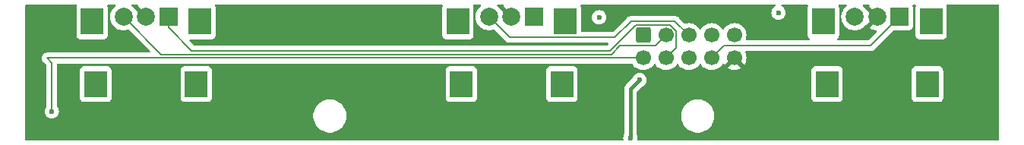
<source format=gbr>
%TF.GenerationSoftware,KiCad,Pcbnew,8.0.8*%
%TF.CreationDate,2025-04-07T15:23:35+02:00*%
%TF.ProjectId,tv25-btn+Rot,74763235-2d62-4746-9e2b-526f742e6b69,rev?*%
%TF.SameCoordinates,Original*%
%TF.FileFunction,Copper,L2,Bot*%
%TF.FilePolarity,Positive*%
%FSLAX46Y46*%
G04 Gerber Fmt 4.6, Leading zero omitted, Abs format (unit mm)*
G04 Created by KiCad (PCBNEW 8.0.8) date 2025-04-07 15:23:35*
%MOMM*%
%LPD*%
G01*
G04 APERTURE LIST*
G04 Aperture macros list*
%AMRoundRect*
0 Rectangle with rounded corners*
0 $1 Rounding radius*
0 $2 $3 $4 $5 $6 $7 $8 $9 X,Y pos of 4 corners*
0 Add a 4 corners polygon primitive as box body*
4,1,4,$2,$3,$4,$5,$6,$7,$8,$9,$2,$3,0*
0 Add four circle primitives for the rounded corners*
1,1,$1+$1,$2,$3*
1,1,$1+$1,$4,$5*
1,1,$1+$1,$6,$7*
1,1,$1+$1,$8,$9*
0 Add four rect primitives between the rounded corners*
20,1,$1+$1,$2,$3,$4,$5,0*
20,1,$1+$1,$4,$5,$6,$7,0*
20,1,$1+$1,$6,$7,$8,$9,0*
20,1,$1+$1,$8,$9,$2,$3,0*%
G04 Aperture macros list end*
%TA.AperFunction,ComponentPad*%
%ADD10R,2.500000X3.000000*%
%TD*%
%TA.AperFunction,ComponentPad*%
%ADD11R,2.000000X2.000000*%
%TD*%
%TA.AperFunction,ComponentPad*%
%ADD12C,2.000000*%
%TD*%
%TA.AperFunction,ComponentPad*%
%ADD13RoundRect,0.250000X-0.600000X0.600000X-0.600000X-0.600000X0.600000X-0.600000X0.600000X0.600000X0*%
%TD*%
%TA.AperFunction,ComponentPad*%
%ADD14C,1.700000*%
%TD*%
%TA.AperFunction,ViaPad*%
%ADD15C,0.600000*%
%TD*%
%TA.AperFunction,Conductor*%
%ADD16C,0.400000*%
%TD*%
%TA.AperFunction,Conductor*%
%ADD17C,0.200000*%
%TD*%
G04 APERTURE END LIST*
D10*
%TO.P,SW9,*%
%TO.N,*%
X166250000Y-43950000D03*
X154250000Y-43950000D03*
X165850000Y-50950000D03*
X154650000Y-50950000D03*
D11*
%TO.P,SW9,A,A*%
%TO.N,Net-(J1-Pin_6)*%
X162750000Y-43450000D03*
D12*
%TO.P,SW9,B,B*%
%TO.N,Net-(J1-Pin_5)*%
X157750000Y-43450000D03*
%TO.P,SW9,C,C*%
%TO.N,GND*%
X160250000Y-43450000D03*
%TD*%
D10*
%TO.P,SW7,*%
%TO.N,*%
X207000000Y-43950000D03*
X195000000Y-43950000D03*
X206600000Y-50950000D03*
X195400000Y-50950000D03*
D11*
%TO.P,SW7,A,A*%
%TO.N,Net-(J1-Pin_8)*%
X203500000Y-43450000D03*
D12*
%TO.P,SW7,B,B*%
%TO.N,Net-(J1-Pin_7)*%
X198500000Y-43450000D03*
%TO.P,SW7,C,C*%
%TO.N,GND*%
X201000000Y-43450000D03*
%TD*%
D10*
%TO.P,SW8,*%
%TO.N,*%
X125500000Y-43950000D03*
X113500000Y-43950000D03*
X125100000Y-50950000D03*
X113900000Y-50950000D03*
D11*
%TO.P,SW8,A,A*%
%TO.N,Net-(J1-Pin_4)*%
X122000000Y-43450000D03*
D12*
%TO.P,SW8,B,B*%
%TO.N,Net-(J1-Pin_3)*%
X117000000Y-43450000D03*
%TO.P,SW8,C,C*%
%TO.N,GND*%
X119500000Y-43450000D03*
%TD*%
D13*
%TO.P,J1,1,Pin_1*%
%TO.N,+3V3*%
X174920000Y-45500000D03*
D14*
%TO.P,J1,2,Pin_2*%
%TO.N,Net-(D1-DIN)*%
X174920000Y-48040000D03*
%TO.P,J1,3,Pin_3*%
%TO.N,Net-(J1-Pin_3)*%
X177460000Y-45500000D03*
%TO.P,J1,4,Pin_4*%
%TO.N,Net-(J1-Pin_4)*%
X177460000Y-48040000D03*
%TO.P,J1,5,Pin_5*%
%TO.N,Net-(J1-Pin_5)*%
X180000000Y-45500000D03*
%TO.P,J1,6,Pin_6*%
%TO.N,Net-(J1-Pin_6)*%
X180000000Y-48040000D03*
%TO.P,J1,7,Pin_7*%
%TO.N,Net-(J1-Pin_7)*%
X182540000Y-45500000D03*
%TO.P,J1,8,Pin_8*%
%TO.N,Net-(J1-Pin_8)*%
X182540000Y-48040000D03*
%TO.P,J1,9,Pin_9*%
%TO.N,Net-(D6-DOUT)*%
X185080000Y-45500000D03*
%TO.P,J1,10,Pin_10*%
%TO.N,GND*%
X185080000Y-48040000D03*
%TD*%
D15*
%TO.N,*%
X190000000Y-43000000D03*
%TO.N,GND*%
X190500000Y-48000000D03*
%TO.N,*%
X170000000Y-43500000D03*
%TO.N,GND*%
X212500000Y-43500000D03*
X107500000Y-43000000D03*
%TO.N,+3V3*%
X174500000Y-50499998D03*
X173500000Y-56954000D03*
%TO.N,Net-(D1-DIN)*%
X109000000Y-54000000D03*
%TD*%
D16*
%TO.N,+3V3*%
X173500000Y-51499998D02*
X174500000Y-50499998D01*
X173500000Y-56954000D02*
X173500000Y-51499998D01*
D17*
%TO.N,Net-(J1-Pin_4)*%
X178610000Y-45023654D02*
X178610000Y-46890000D01*
X124590000Y-47240000D02*
X171195256Y-47240000D01*
%TO.N,Net-(J1-Pin_3)*%
X121190000Y-47640000D02*
X171360942Y-47640000D01*
%TO.N,Net-(J1-Pin_4)*%
X122000000Y-44650000D02*
X124590000Y-47240000D01*
%TO.N,Net-(J1-Pin_3)*%
X171360942Y-47640000D02*
X172350942Y-46650000D01*
%TO.N,Net-(J1-Pin_4)*%
X122000000Y-43450000D02*
X122000000Y-44650000D01*
X174085256Y-44350000D02*
X177936346Y-44350000D01*
%TO.N,Net-(J1-Pin_3)*%
X176310000Y-46650000D02*
X177460000Y-45500000D01*
%TO.N,Net-(D1-DIN)*%
X109000000Y-48580000D02*
X109000000Y-54000000D01*
X174920000Y-48040000D02*
X108460000Y-48040000D01*
%TO.N,Net-(J1-Pin_3)*%
X172350942Y-46650000D02*
X176310000Y-46650000D01*
X117000000Y-43450000D02*
X121190000Y-47640000D01*
%TO.N,Net-(J1-Pin_4)*%
X171195256Y-47240000D02*
X174085256Y-44350000D01*
X177936346Y-44350000D02*
X178610000Y-45023654D01*
X178610000Y-46890000D02*
X177460000Y-48040000D01*
%TO.N,Net-(D1-DIN)*%
X108460000Y-48040000D02*
X109000000Y-48580000D01*
%TO.N,Net-(J1-Pin_8)*%
X203500000Y-43450000D02*
X200300000Y-46650000D01*
X200300000Y-46650000D02*
X183930000Y-46650000D01*
X183930000Y-46650000D02*
X182540000Y-48040000D01*
%TO.N,Net-(J1-Pin_5)*%
X157750000Y-43450000D02*
X160050000Y-45750000D01*
X173550000Y-43950000D02*
X178450000Y-43950000D01*
X160050000Y-45750000D02*
X171750000Y-45750000D01*
X171750000Y-45750000D02*
X173550000Y-43950000D01*
X178450000Y-43950000D02*
X180000000Y-45500000D01*
%TD*%
%TA.AperFunction,Conductor*%
%TO.N,GND*%
G36*
X111753270Y-42070185D02*
G01*
X111799025Y-42122989D01*
X111808969Y-42192147D01*
X111802413Y-42217833D01*
X111755908Y-42342517D01*
X111752934Y-42370184D01*
X111749501Y-42402123D01*
X111749500Y-42402135D01*
X111749500Y-45497870D01*
X111749501Y-45497876D01*
X111755908Y-45557483D01*
X111806202Y-45692328D01*
X111806206Y-45692335D01*
X111892452Y-45807544D01*
X111892455Y-45807547D01*
X112007664Y-45893793D01*
X112007671Y-45893797D01*
X112142517Y-45944091D01*
X112142516Y-45944091D01*
X112149444Y-45944835D01*
X112202127Y-45950500D01*
X114797872Y-45950499D01*
X114857483Y-45944091D01*
X114992331Y-45893796D01*
X115107546Y-45807546D01*
X115193796Y-45692331D01*
X115244091Y-45557483D01*
X115250500Y-45497873D01*
X115250499Y-43505117D01*
X115267528Y-43447123D01*
X115253043Y-43419870D01*
X115250499Y-43394880D01*
X115250499Y-42402129D01*
X115250498Y-42402123D01*
X115250497Y-42402116D01*
X115244091Y-42342517D01*
X115197587Y-42217833D01*
X115192603Y-42148141D01*
X115226088Y-42086818D01*
X115287411Y-42053334D01*
X115313769Y-42050500D01*
X115993912Y-42050500D01*
X116060951Y-42070185D01*
X116106706Y-42122989D01*
X116116650Y-42192147D01*
X116087625Y-42255703D01*
X116070074Y-42272353D01*
X115980262Y-42342256D01*
X115980259Y-42342259D01*
X115811833Y-42525217D01*
X115675826Y-42733393D01*
X115575936Y-42961118D01*
X115514892Y-43202175D01*
X115514890Y-43202187D01*
X115498075Y-43405120D01*
X115480662Y-43450245D01*
X115493476Y-43470184D01*
X115498075Y-43494879D01*
X115514890Y-43697812D01*
X115514892Y-43697824D01*
X115575936Y-43938881D01*
X115675826Y-44166606D01*
X115811833Y-44374782D01*
X115811836Y-44374785D01*
X115980256Y-44557738D01*
X116176491Y-44710474D01*
X116176493Y-44710475D01*
X116394332Y-44828364D01*
X116395190Y-44828828D01*
X116515216Y-44870033D01*
X116628964Y-44909083D01*
X116630386Y-44909571D01*
X116875665Y-44950500D01*
X117124335Y-44950500D01*
X117369608Y-44909572D01*
X117369607Y-44909572D01*
X117369614Y-44909571D01*
X117475607Y-44873182D01*
X117545402Y-44870033D01*
X117603548Y-44902783D01*
X119928584Y-47227819D01*
X119962069Y-47289142D01*
X119957085Y-47358834D01*
X119915213Y-47414767D01*
X119849749Y-47439184D01*
X119840903Y-47439500D01*
X108546669Y-47439500D01*
X108546653Y-47439499D01*
X108539057Y-47439499D01*
X108380943Y-47439499D01*
X108273587Y-47468265D01*
X108228210Y-47480424D01*
X108228209Y-47480425D01*
X108178096Y-47509359D01*
X108178095Y-47509360D01*
X108134689Y-47534420D01*
X108091285Y-47559479D01*
X108091282Y-47559481D01*
X107979479Y-47671284D01*
X107959499Y-47705891D01*
X107951054Y-47720520D01*
X107900423Y-47808215D01*
X107859499Y-47960943D01*
X107859499Y-47960945D01*
X107859499Y-48119054D01*
X107859498Y-48119054D01*
X107900423Y-48271785D01*
X107900424Y-48271788D01*
X107902515Y-48275409D01*
X107902518Y-48275414D01*
X107979477Y-48408712D01*
X107979481Y-48408717D01*
X108098349Y-48527585D01*
X108098355Y-48527590D01*
X108363181Y-48792416D01*
X108396666Y-48853739D01*
X108399500Y-48880097D01*
X108399500Y-53417587D01*
X108379815Y-53484626D01*
X108372450Y-53494896D01*
X108370186Y-53497734D01*
X108274211Y-53650476D01*
X108214631Y-53820745D01*
X108214630Y-53820750D01*
X108194435Y-53999996D01*
X108194435Y-54000003D01*
X108214630Y-54179249D01*
X108214631Y-54179254D01*
X108274211Y-54349523D01*
X108292552Y-54378712D01*
X108370184Y-54502262D01*
X108497738Y-54629816D01*
X108650478Y-54725789D01*
X108820745Y-54785368D01*
X108820750Y-54785369D01*
X108999996Y-54805565D01*
X109000000Y-54805565D01*
X109000004Y-54805565D01*
X109179249Y-54785369D01*
X109179252Y-54785368D01*
X109179255Y-54785368D01*
X109349522Y-54725789D01*
X109502262Y-54629816D01*
X109629816Y-54502262D01*
X109707448Y-54378711D01*
X138149500Y-54378711D01*
X138149500Y-54621288D01*
X138181161Y-54861785D01*
X138243947Y-55096104D01*
X138336773Y-55320205D01*
X138336776Y-55320212D01*
X138458064Y-55530289D01*
X138458066Y-55530292D01*
X138458067Y-55530293D01*
X138605733Y-55722736D01*
X138605739Y-55722743D01*
X138777256Y-55894260D01*
X138777262Y-55894265D01*
X138969711Y-56041936D01*
X139179788Y-56163224D01*
X139403900Y-56256054D01*
X139638211Y-56318838D01*
X139818586Y-56342584D01*
X139878711Y-56350500D01*
X139878712Y-56350500D01*
X140121289Y-56350500D01*
X140169388Y-56344167D01*
X140361789Y-56318838D01*
X140596100Y-56256054D01*
X140820212Y-56163224D01*
X141030289Y-56041936D01*
X141222738Y-55894265D01*
X141394265Y-55722738D01*
X141541936Y-55530289D01*
X141663224Y-55320212D01*
X141756054Y-55096100D01*
X141818838Y-54861789D01*
X141850500Y-54621288D01*
X141850500Y-54378712D01*
X141818838Y-54138211D01*
X141756054Y-53903900D01*
X141663224Y-53679788D01*
X141541936Y-53469711D01*
X141394265Y-53277262D01*
X141394260Y-53277256D01*
X141222743Y-53105739D01*
X141222736Y-53105733D01*
X141030293Y-52958067D01*
X141030292Y-52958066D01*
X141030289Y-52958064D01*
X140820212Y-52836776D01*
X140749647Y-52807547D01*
X140596104Y-52743947D01*
X140361785Y-52681161D01*
X140121289Y-52649500D01*
X140121288Y-52649500D01*
X139878712Y-52649500D01*
X139878711Y-52649500D01*
X139638214Y-52681161D01*
X139403895Y-52743947D01*
X139179794Y-52836773D01*
X139179785Y-52836777D01*
X138969706Y-52958067D01*
X138777263Y-53105733D01*
X138777256Y-53105739D01*
X138605739Y-53277256D01*
X138605733Y-53277263D01*
X138458067Y-53469706D01*
X138336777Y-53679785D01*
X138336773Y-53679794D01*
X138243947Y-53903895D01*
X138181161Y-54138214D01*
X138149500Y-54378711D01*
X109707448Y-54378711D01*
X109725789Y-54349522D01*
X109785368Y-54179255D01*
X109805565Y-54000000D01*
X109794737Y-53903900D01*
X109785369Y-53820750D01*
X109785368Y-53820745D01*
X109725788Y-53650476D01*
X109629813Y-53497734D01*
X109627550Y-53494896D01*
X109626659Y-53492715D01*
X109626111Y-53491842D01*
X109626264Y-53491745D01*
X109601144Y-53430209D01*
X109600500Y-53417587D01*
X109600500Y-49402135D01*
X112149500Y-49402135D01*
X112149500Y-52497870D01*
X112149501Y-52497876D01*
X112155908Y-52557483D01*
X112206202Y-52692328D01*
X112206206Y-52692335D01*
X112292452Y-52807544D01*
X112292455Y-52807547D01*
X112407664Y-52893793D01*
X112407671Y-52893797D01*
X112542517Y-52944091D01*
X112542516Y-52944091D01*
X112549444Y-52944835D01*
X112602127Y-52950500D01*
X115197872Y-52950499D01*
X115257483Y-52944091D01*
X115392331Y-52893796D01*
X115507546Y-52807546D01*
X115593796Y-52692331D01*
X115644091Y-52557483D01*
X115650500Y-52497873D01*
X115650499Y-49402135D01*
X123349500Y-49402135D01*
X123349500Y-52497870D01*
X123349501Y-52497876D01*
X123355908Y-52557483D01*
X123406202Y-52692328D01*
X123406206Y-52692335D01*
X123492452Y-52807544D01*
X123492455Y-52807547D01*
X123607664Y-52893793D01*
X123607671Y-52893797D01*
X123742517Y-52944091D01*
X123742516Y-52944091D01*
X123749444Y-52944835D01*
X123802127Y-52950500D01*
X126397872Y-52950499D01*
X126457483Y-52944091D01*
X126592331Y-52893796D01*
X126707546Y-52807546D01*
X126793796Y-52692331D01*
X126844091Y-52557483D01*
X126850500Y-52497873D01*
X126850499Y-49402135D01*
X152899500Y-49402135D01*
X152899500Y-52497870D01*
X152899501Y-52497876D01*
X152905908Y-52557483D01*
X152956202Y-52692328D01*
X152956206Y-52692335D01*
X153042452Y-52807544D01*
X153042455Y-52807547D01*
X153157664Y-52893793D01*
X153157671Y-52893797D01*
X153292517Y-52944091D01*
X153292516Y-52944091D01*
X153299444Y-52944835D01*
X153352127Y-52950500D01*
X155947872Y-52950499D01*
X156007483Y-52944091D01*
X156142331Y-52893796D01*
X156257546Y-52807546D01*
X156343796Y-52692331D01*
X156394091Y-52557483D01*
X156400500Y-52497873D01*
X156400499Y-49402135D01*
X164099500Y-49402135D01*
X164099500Y-52497870D01*
X164099501Y-52497876D01*
X164105908Y-52557483D01*
X164156202Y-52692328D01*
X164156206Y-52692335D01*
X164242452Y-52807544D01*
X164242455Y-52807547D01*
X164357664Y-52893793D01*
X164357671Y-52893797D01*
X164492517Y-52944091D01*
X164492516Y-52944091D01*
X164499444Y-52944835D01*
X164552127Y-52950500D01*
X167147872Y-52950499D01*
X167207483Y-52944091D01*
X167342331Y-52893796D01*
X167457546Y-52807546D01*
X167543796Y-52692331D01*
X167594091Y-52557483D01*
X167600500Y-52497873D01*
X167600499Y-49402135D01*
X193649500Y-49402135D01*
X193649500Y-52497870D01*
X193649501Y-52497876D01*
X193655908Y-52557483D01*
X193706202Y-52692328D01*
X193706206Y-52692335D01*
X193792452Y-52807544D01*
X193792455Y-52807547D01*
X193907664Y-52893793D01*
X193907671Y-52893797D01*
X194042517Y-52944091D01*
X194042516Y-52944091D01*
X194049444Y-52944835D01*
X194102127Y-52950500D01*
X196697872Y-52950499D01*
X196757483Y-52944091D01*
X196892331Y-52893796D01*
X197007546Y-52807546D01*
X197093796Y-52692331D01*
X197144091Y-52557483D01*
X197150500Y-52497873D01*
X197150499Y-49402135D01*
X204849500Y-49402135D01*
X204849500Y-52497870D01*
X204849501Y-52497876D01*
X204855908Y-52557483D01*
X204906202Y-52692328D01*
X204906206Y-52692335D01*
X204992452Y-52807544D01*
X204992455Y-52807547D01*
X205107664Y-52893793D01*
X205107671Y-52893797D01*
X205242517Y-52944091D01*
X205242516Y-52944091D01*
X205249444Y-52944835D01*
X205302127Y-52950500D01*
X207897872Y-52950499D01*
X207957483Y-52944091D01*
X208092331Y-52893796D01*
X208207546Y-52807546D01*
X208293796Y-52692331D01*
X208344091Y-52557483D01*
X208350500Y-52497873D01*
X208350499Y-49402128D01*
X208344091Y-49342517D01*
X208333419Y-49313905D01*
X208293797Y-49207671D01*
X208293793Y-49207664D01*
X208207547Y-49092455D01*
X208207544Y-49092452D01*
X208092335Y-49006206D01*
X208092328Y-49006202D01*
X207957482Y-48955908D01*
X207957483Y-48955908D01*
X207897883Y-48949501D01*
X207897881Y-48949500D01*
X207897873Y-48949500D01*
X207897864Y-48949500D01*
X205302129Y-48949500D01*
X205302123Y-48949501D01*
X205242516Y-48955908D01*
X205107671Y-49006202D01*
X205107664Y-49006206D01*
X204992455Y-49092452D01*
X204992452Y-49092455D01*
X204906206Y-49207664D01*
X204906202Y-49207671D01*
X204855908Y-49342517D01*
X204850249Y-49395157D01*
X204849501Y-49402123D01*
X204849500Y-49402135D01*
X197150499Y-49402135D01*
X197150499Y-49402128D01*
X197144091Y-49342517D01*
X197133419Y-49313905D01*
X197093797Y-49207671D01*
X197093793Y-49207664D01*
X197007547Y-49092455D01*
X197007544Y-49092452D01*
X196892335Y-49006206D01*
X196892328Y-49006202D01*
X196757482Y-48955908D01*
X196757483Y-48955908D01*
X196697883Y-48949501D01*
X196697881Y-48949500D01*
X196697873Y-48949500D01*
X196697864Y-48949500D01*
X194102129Y-48949500D01*
X194102123Y-48949501D01*
X194042516Y-48955908D01*
X193907671Y-49006202D01*
X193907664Y-49006206D01*
X193792455Y-49092452D01*
X193792452Y-49092455D01*
X193706206Y-49207664D01*
X193706202Y-49207671D01*
X193655908Y-49342517D01*
X193650249Y-49395157D01*
X193649501Y-49402123D01*
X193649500Y-49402135D01*
X167600499Y-49402135D01*
X167600499Y-49402128D01*
X167594091Y-49342517D01*
X167583419Y-49313905D01*
X167543797Y-49207671D01*
X167543793Y-49207664D01*
X167457547Y-49092455D01*
X167457544Y-49092452D01*
X167342335Y-49006206D01*
X167342328Y-49006202D01*
X167207482Y-48955908D01*
X167207483Y-48955908D01*
X167147883Y-48949501D01*
X167147881Y-48949500D01*
X167147873Y-48949500D01*
X167147864Y-48949500D01*
X164552129Y-48949500D01*
X164552123Y-48949501D01*
X164492516Y-48955908D01*
X164357671Y-49006202D01*
X164357664Y-49006206D01*
X164242455Y-49092452D01*
X164242452Y-49092455D01*
X164156206Y-49207664D01*
X164156202Y-49207671D01*
X164105908Y-49342517D01*
X164100249Y-49395157D01*
X164099501Y-49402123D01*
X164099500Y-49402135D01*
X156400499Y-49402135D01*
X156400499Y-49402128D01*
X156394091Y-49342517D01*
X156383419Y-49313905D01*
X156343797Y-49207671D01*
X156343793Y-49207664D01*
X156257547Y-49092455D01*
X156257544Y-49092452D01*
X156142335Y-49006206D01*
X156142328Y-49006202D01*
X156007482Y-48955908D01*
X156007483Y-48955908D01*
X155947883Y-48949501D01*
X155947881Y-48949500D01*
X155947873Y-48949500D01*
X155947864Y-48949500D01*
X153352129Y-48949500D01*
X153352123Y-48949501D01*
X153292516Y-48955908D01*
X153157671Y-49006202D01*
X153157664Y-49006206D01*
X153042455Y-49092452D01*
X153042452Y-49092455D01*
X152956206Y-49207664D01*
X152956202Y-49207671D01*
X152905908Y-49342517D01*
X152900249Y-49395157D01*
X152899501Y-49402123D01*
X152899500Y-49402135D01*
X126850499Y-49402135D01*
X126850499Y-49402128D01*
X126844091Y-49342517D01*
X126833419Y-49313905D01*
X126793797Y-49207671D01*
X126793793Y-49207664D01*
X126707547Y-49092455D01*
X126707544Y-49092452D01*
X126592335Y-49006206D01*
X126592328Y-49006202D01*
X126457482Y-48955908D01*
X126457483Y-48955908D01*
X126397883Y-48949501D01*
X126397881Y-48949500D01*
X126397873Y-48949500D01*
X126397864Y-48949500D01*
X123802129Y-48949500D01*
X123802123Y-48949501D01*
X123742516Y-48955908D01*
X123607671Y-49006202D01*
X123607664Y-49006206D01*
X123492455Y-49092452D01*
X123492452Y-49092455D01*
X123406206Y-49207664D01*
X123406202Y-49207671D01*
X123355908Y-49342517D01*
X123350249Y-49395157D01*
X123349501Y-49402123D01*
X123349500Y-49402135D01*
X115650499Y-49402135D01*
X115650499Y-49402128D01*
X115644091Y-49342517D01*
X115633419Y-49313905D01*
X115593797Y-49207671D01*
X115593793Y-49207664D01*
X115507547Y-49092455D01*
X115507544Y-49092452D01*
X115392335Y-49006206D01*
X115392328Y-49006202D01*
X115257482Y-48955908D01*
X115257483Y-48955908D01*
X115197883Y-48949501D01*
X115197881Y-48949500D01*
X115197873Y-48949500D01*
X115197864Y-48949500D01*
X112602129Y-48949500D01*
X112602123Y-48949501D01*
X112542516Y-48955908D01*
X112407671Y-49006202D01*
X112407664Y-49006206D01*
X112292455Y-49092452D01*
X112292452Y-49092455D01*
X112206206Y-49207664D01*
X112206202Y-49207671D01*
X112155908Y-49342517D01*
X112150249Y-49395157D01*
X112149501Y-49402123D01*
X112149500Y-49402135D01*
X109600500Y-49402135D01*
X109600500Y-48764500D01*
X109620185Y-48697461D01*
X109672989Y-48651706D01*
X109724500Y-48640500D01*
X173630909Y-48640500D01*
X173697948Y-48660185D01*
X173743292Y-48712097D01*
X173745965Y-48717830D01*
X173881505Y-48911401D01*
X174048599Y-49078495D01*
X174068536Y-49092455D01*
X174242165Y-49214032D01*
X174242167Y-49214033D01*
X174242170Y-49214035D01*
X174456337Y-49313903D01*
X174684592Y-49375063D01*
X174872918Y-49391539D01*
X174919999Y-49395659D01*
X174920000Y-49395659D01*
X174920001Y-49395659D01*
X174959234Y-49392226D01*
X175155408Y-49375063D01*
X175383663Y-49313903D01*
X175597830Y-49214035D01*
X175791401Y-49078495D01*
X175958495Y-48911401D01*
X176088425Y-48725842D01*
X176143002Y-48682217D01*
X176212500Y-48675023D01*
X176274855Y-48706546D01*
X176291575Y-48725842D01*
X176421500Y-48911395D01*
X176421505Y-48911401D01*
X176588599Y-49078495D01*
X176608536Y-49092455D01*
X176782165Y-49214032D01*
X176782167Y-49214033D01*
X176782170Y-49214035D01*
X176996337Y-49313903D01*
X177224592Y-49375063D01*
X177412918Y-49391539D01*
X177459999Y-49395659D01*
X177460000Y-49395659D01*
X177460001Y-49395659D01*
X177499234Y-49392226D01*
X177695408Y-49375063D01*
X177923663Y-49313903D01*
X178137830Y-49214035D01*
X178331401Y-49078495D01*
X178498495Y-48911401D01*
X178628425Y-48725842D01*
X178683002Y-48682217D01*
X178752500Y-48675023D01*
X178814855Y-48706546D01*
X178831575Y-48725842D01*
X178961500Y-48911395D01*
X178961505Y-48911401D01*
X179128599Y-49078495D01*
X179148536Y-49092455D01*
X179322165Y-49214032D01*
X179322167Y-49214033D01*
X179322170Y-49214035D01*
X179536337Y-49313903D01*
X179764592Y-49375063D01*
X179952918Y-49391539D01*
X179999999Y-49395659D01*
X180000000Y-49395659D01*
X180000001Y-49395659D01*
X180039234Y-49392226D01*
X180235408Y-49375063D01*
X180463663Y-49313903D01*
X180677830Y-49214035D01*
X180871401Y-49078495D01*
X181038495Y-48911401D01*
X181168425Y-48725842D01*
X181223002Y-48682217D01*
X181292500Y-48675023D01*
X181354855Y-48706546D01*
X181371575Y-48725842D01*
X181501500Y-48911395D01*
X181501505Y-48911401D01*
X181668599Y-49078495D01*
X181688536Y-49092455D01*
X181862165Y-49214032D01*
X181862167Y-49214033D01*
X181862170Y-49214035D01*
X182076337Y-49313903D01*
X182304592Y-49375063D01*
X182492918Y-49391539D01*
X182539999Y-49395659D01*
X182540000Y-49395659D01*
X182540001Y-49395659D01*
X182579234Y-49392226D01*
X182775408Y-49375063D01*
X183003663Y-49313903D01*
X183217830Y-49214035D01*
X183411401Y-49078495D01*
X183578495Y-48911401D01*
X183708730Y-48725405D01*
X183763307Y-48681781D01*
X183832805Y-48674587D01*
X183895160Y-48706110D01*
X183911879Y-48725405D01*
X183965072Y-48801372D01*
X183965073Y-48801372D01*
X184597037Y-48169408D01*
X184614075Y-48232993D01*
X184679901Y-48347007D01*
X184772993Y-48440099D01*
X184887007Y-48505925D01*
X184950591Y-48522962D01*
X184318626Y-49154926D01*
X184402417Y-49213598D01*
X184402421Y-49213600D01*
X184616507Y-49313429D01*
X184616516Y-49313433D01*
X184844673Y-49374567D01*
X184844684Y-49374569D01*
X185079998Y-49395157D01*
X185080002Y-49395157D01*
X185315315Y-49374569D01*
X185315326Y-49374567D01*
X185543483Y-49313433D01*
X185543492Y-49313429D01*
X185757580Y-49213599D01*
X185841371Y-49154925D01*
X185209408Y-48522962D01*
X185272993Y-48505925D01*
X185387007Y-48440099D01*
X185480099Y-48347007D01*
X185545925Y-48232993D01*
X185562962Y-48169408D01*
X186194925Y-48801371D01*
X186253599Y-48717580D01*
X186353429Y-48503492D01*
X186353433Y-48503483D01*
X186414567Y-48275326D01*
X186414569Y-48275315D01*
X186435157Y-48040000D01*
X186435157Y-48039998D01*
X186414569Y-47804684D01*
X186414567Y-47804673D01*
X186353433Y-47576516D01*
X186353429Y-47576507D01*
X186283669Y-47426905D01*
X186273177Y-47357827D01*
X186301697Y-47294043D01*
X186360173Y-47255804D01*
X186396051Y-47250500D01*
X200213331Y-47250500D01*
X200213347Y-47250501D01*
X200220943Y-47250501D01*
X200379054Y-47250501D01*
X200379057Y-47250501D01*
X200531785Y-47209577D01*
X200581904Y-47180639D01*
X200668716Y-47130520D01*
X200780520Y-47018716D01*
X200780520Y-47018714D01*
X200790728Y-47008507D01*
X200790730Y-47008504D01*
X202812416Y-44986818D01*
X202873739Y-44953333D01*
X202900097Y-44950499D01*
X204547871Y-44950499D01*
X204547872Y-44950499D01*
X204607483Y-44944091D01*
X204742331Y-44893796D01*
X204857546Y-44807546D01*
X204943796Y-44692331D01*
X204994091Y-44557483D01*
X205000500Y-44497873D01*
X205000499Y-42402128D01*
X204994091Y-42342517D01*
X204947587Y-42217833D01*
X204942603Y-42148141D01*
X204976088Y-42086818D01*
X205037411Y-42053334D01*
X205063769Y-42050500D01*
X205186231Y-42050500D01*
X205253270Y-42070185D01*
X205299025Y-42122989D01*
X205308969Y-42192147D01*
X205302413Y-42217833D01*
X205255908Y-42342517D01*
X205252934Y-42370184D01*
X205249501Y-42402123D01*
X205249500Y-42402135D01*
X205249500Y-45497870D01*
X205249501Y-45497876D01*
X205255908Y-45557483D01*
X205306202Y-45692328D01*
X205306206Y-45692335D01*
X205392452Y-45807544D01*
X205392455Y-45807547D01*
X205507664Y-45893793D01*
X205507671Y-45893797D01*
X205642517Y-45944091D01*
X205642516Y-45944091D01*
X205649444Y-45944835D01*
X205702127Y-45950500D01*
X208297872Y-45950499D01*
X208357483Y-45944091D01*
X208492331Y-45893796D01*
X208607546Y-45807546D01*
X208693796Y-45692331D01*
X208744091Y-45557483D01*
X208750500Y-45497873D01*
X208750499Y-42402128D01*
X208744091Y-42342517D01*
X208697587Y-42217833D01*
X208692603Y-42148141D01*
X208726088Y-42086818D01*
X208787411Y-42053334D01*
X208813769Y-42050500D01*
X214467900Y-42050500D01*
X214534939Y-42070185D01*
X214580694Y-42122989D01*
X214591900Y-42174500D01*
X214591900Y-57129500D01*
X214572215Y-57196539D01*
X214519411Y-57242294D01*
X214467900Y-57253500D01*
X174410576Y-57253500D01*
X174343537Y-57233815D01*
X174297782Y-57181011D01*
X174287356Y-57115617D01*
X174305565Y-56954003D01*
X174305565Y-56953996D01*
X174285369Y-56774750D01*
X174285366Y-56774737D01*
X174225790Y-56604479D01*
X174219506Y-56594478D01*
X174200500Y-56528507D01*
X174200500Y-54378711D01*
X179149500Y-54378711D01*
X179149500Y-54621288D01*
X179181161Y-54861785D01*
X179243947Y-55096104D01*
X179336773Y-55320205D01*
X179336776Y-55320212D01*
X179458064Y-55530289D01*
X179458066Y-55530292D01*
X179458067Y-55530293D01*
X179605733Y-55722736D01*
X179605739Y-55722743D01*
X179777256Y-55894260D01*
X179777262Y-55894265D01*
X179969711Y-56041936D01*
X180179788Y-56163224D01*
X180403900Y-56256054D01*
X180638211Y-56318838D01*
X180818586Y-56342584D01*
X180878711Y-56350500D01*
X180878712Y-56350500D01*
X181121289Y-56350500D01*
X181169388Y-56344167D01*
X181361789Y-56318838D01*
X181596100Y-56256054D01*
X181820212Y-56163224D01*
X182030289Y-56041936D01*
X182222738Y-55894265D01*
X182394265Y-55722738D01*
X182541936Y-55530289D01*
X182663224Y-55320212D01*
X182756054Y-55096100D01*
X182818838Y-54861789D01*
X182850500Y-54621288D01*
X182850500Y-54378712D01*
X182818838Y-54138211D01*
X182756054Y-53903900D01*
X182663224Y-53679788D01*
X182541936Y-53469711D01*
X182394265Y-53277262D01*
X182394260Y-53277256D01*
X182222743Y-53105739D01*
X182222736Y-53105733D01*
X182030293Y-52958067D01*
X182030292Y-52958066D01*
X182030289Y-52958064D01*
X181820212Y-52836776D01*
X181749647Y-52807547D01*
X181596104Y-52743947D01*
X181361785Y-52681161D01*
X181121289Y-52649500D01*
X181121288Y-52649500D01*
X180878712Y-52649500D01*
X180878711Y-52649500D01*
X180638214Y-52681161D01*
X180403895Y-52743947D01*
X180179794Y-52836773D01*
X180179785Y-52836777D01*
X179969706Y-52958067D01*
X179777263Y-53105733D01*
X179777256Y-53105739D01*
X179605739Y-53277256D01*
X179605733Y-53277263D01*
X179458067Y-53469706D01*
X179336777Y-53679785D01*
X179336773Y-53679794D01*
X179243947Y-53903895D01*
X179181161Y-54138214D01*
X179149500Y-54378711D01*
X174200500Y-54378711D01*
X174200500Y-51841516D01*
X174220185Y-51774477D01*
X174236815Y-51753839D01*
X174699290Y-51291363D01*
X174746013Y-51262005D01*
X174849522Y-51225787D01*
X175002262Y-51129814D01*
X175129816Y-51002260D01*
X175225789Y-50849520D01*
X175285368Y-50679253D01*
X175305565Y-50499998D01*
X175285368Y-50320743D01*
X175225789Y-50150476D01*
X175129816Y-49997736D01*
X175002262Y-49870182D01*
X174849523Y-49774209D01*
X174679254Y-49714629D01*
X174679249Y-49714628D01*
X174500004Y-49694433D01*
X174499996Y-49694433D01*
X174320750Y-49714628D01*
X174320745Y-49714629D01*
X174150476Y-49774209D01*
X173997737Y-49870182D01*
X173870184Y-49997735D01*
X173774212Y-50150473D01*
X173774211Y-50150474D01*
X173737992Y-50253982D01*
X173708632Y-50300707D01*
X172955888Y-51053451D01*
X172955884Y-51053456D01*
X172924199Y-51100877D01*
X172916304Y-51112694D01*
X172904866Y-51129813D01*
X172879223Y-51168189D01*
X172826421Y-51295665D01*
X172826418Y-51295675D01*
X172799500Y-51431002D01*
X172799500Y-56528507D01*
X172780494Y-56594478D01*
X172774209Y-56604479D01*
X172714633Y-56774737D01*
X172714630Y-56774750D01*
X172694435Y-56953996D01*
X172694435Y-56954003D01*
X172712644Y-57115617D01*
X172700589Y-57184439D01*
X172653240Y-57235818D01*
X172589424Y-57253500D01*
X106174500Y-57253500D01*
X106107461Y-57233815D01*
X106061706Y-57181011D01*
X106050500Y-57129500D01*
X106050500Y-42174500D01*
X106070185Y-42107461D01*
X106122989Y-42061706D01*
X106174500Y-42050500D01*
X111686231Y-42050500D01*
X111753270Y-42070185D01*
G37*
%TD.AperFunction*%
%TA.AperFunction,Conductor*%
G36*
X152503270Y-42070185D02*
G01*
X152549025Y-42122989D01*
X152558969Y-42192147D01*
X152552413Y-42217833D01*
X152505908Y-42342517D01*
X152502934Y-42370184D01*
X152499501Y-42402123D01*
X152499500Y-42402135D01*
X152499500Y-45497870D01*
X152499501Y-45497876D01*
X152505908Y-45557483D01*
X152556202Y-45692328D01*
X152556206Y-45692335D01*
X152642452Y-45807544D01*
X152642455Y-45807547D01*
X152757664Y-45893793D01*
X152757671Y-45893797D01*
X152892517Y-45944091D01*
X152892516Y-45944091D01*
X152899444Y-45944835D01*
X152952127Y-45950500D01*
X155547872Y-45950499D01*
X155607483Y-45944091D01*
X155742331Y-45893796D01*
X155857546Y-45807546D01*
X155943796Y-45692331D01*
X155994091Y-45557483D01*
X156000500Y-45497873D01*
X156000499Y-43505117D01*
X156017528Y-43447123D01*
X156003043Y-43419870D01*
X156000499Y-43394880D01*
X156000499Y-42402129D01*
X156000498Y-42402123D01*
X156000497Y-42402116D01*
X155994091Y-42342517D01*
X155947587Y-42217833D01*
X155942603Y-42148141D01*
X155976088Y-42086818D01*
X156037411Y-42053334D01*
X156063769Y-42050500D01*
X156743912Y-42050500D01*
X156810951Y-42070185D01*
X156856706Y-42122989D01*
X156866650Y-42192147D01*
X156837625Y-42255703D01*
X156820074Y-42272353D01*
X156730262Y-42342256D01*
X156730259Y-42342259D01*
X156561833Y-42525217D01*
X156425826Y-42733393D01*
X156325936Y-42961118D01*
X156264892Y-43202175D01*
X156264890Y-43202187D01*
X156248075Y-43405120D01*
X156230662Y-43450245D01*
X156243476Y-43470184D01*
X156248075Y-43494879D01*
X156264890Y-43697812D01*
X156264892Y-43697824D01*
X156325936Y-43938881D01*
X156425826Y-44166606D01*
X156561833Y-44374782D01*
X156561836Y-44374785D01*
X156730256Y-44557738D01*
X156926491Y-44710474D01*
X156926493Y-44710475D01*
X157144332Y-44828364D01*
X157145190Y-44828828D01*
X157265216Y-44870033D01*
X157378964Y-44909083D01*
X157380386Y-44909571D01*
X157625665Y-44950500D01*
X157874335Y-44950500D01*
X158119608Y-44909572D01*
X158119607Y-44909572D01*
X158119614Y-44909571D01*
X158225607Y-44873182D01*
X158295402Y-44870033D01*
X158353548Y-44902783D01*
X159565139Y-46114374D01*
X159565149Y-46114385D01*
X159569479Y-46118715D01*
X159569480Y-46118716D01*
X159681284Y-46230520D01*
X159762031Y-46277139D01*
X159818215Y-46309577D01*
X159970942Y-46350500D01*
X159970943Y-46350500D01*
X170936159Y-46350500D01*
X171003198Y-46370185D01*
X171048953Y-46422989D01*
X171058897Y-46492147D01*
X171029872Y-46555703D01*
X171023840Y-46562181D01*
X170982840Y-46603181D01*
X170921517Y-46636666D01*
X170895159Y-46639500D01*
X124890097Y-46639500D01*
X124823058Y-46619815D01*
X124802416Y-46603181D01*
X124361415Y-46162180D01*
X124327930Y-46100857D01*
X124332914Y-46031165D01*
X124374786Y-45975232D01*
X124440250Y-45950815D01*
X124449070Y-45950499D01*
X126797872Y-45950499D01*
X126857483Y-45944091D01*
X126992331Y-45893796D01*
X127107546Y-45807546D01*
X127193796Y-45692331D01*
X127244091Y-45557483D01*
X127250500Y-45497873D01*
X127250499Y-42402128D01*
X127244091Y-42342517D01*
X127197587Y-42217833D01*
X127192603Y-42148141D01*
X127226088Y-42086818D01*
X127287411Y-42053334D01*
X127313769Y-42050500D01*
X152436231Y-42050500D01*
X152503270Y-42070185D01*
G37*
%TD.AperFunction*%
%TA.AperFunction,Conductor*%
G36*
X189643137Y-42070185D02*
G01*
X189688892Y-42122989D01*
X189698836Y-42192147D01*
X189669811Y-42255703D01*
X189642070Y-42279494D01*
X189497737Y-42370184D01*
X189370184Y-42497737D01*
X189274211Y-42650476D01*
X189214631Y-42820745D01*
X189214630Y-42820750D01*
X189194435Y-42999996D01*
X189194435Y-43000003D01*
X189214630Y-43179249D01*
X189214631Y-43179254D01*
X189274211Y-43349523D01*
X189349585Y-43469479D01*
X189370184Y-43502262D01*
X189497738Y-43629816D01*
X189650478Y-43725789D01*
X189739694Y-43757007D01*
X189820745Y-43785368D01*
X189820750Y-43785369D01*
X189999996Y-43805565D01*
X190000000Y-43805565D01*
X190000004Y-43805565D01*
X190179249Y-43785369D01*
X190179252Y-43785368D01*
X190179255Y-43785368D01*
X190349522Y-43725789D01*
X190502262Y-43629816D01*
X190629816Y-43502262D01*
X190725789Y-43349522D01*
X190785368Y-43179255D01*
X190785369Y-43179249D01*
X190805565Y-43000003D01*
X190805565Y-42999996D01*
X190785369Y-42820750D01*
X190785368Y-42820745D01*
X190725788Y-42650476D01*
X190629815Y-42497737D01*
X190502262Y-42370184D01*
X190357930Y-42279494D01*
X190311639Y-42227159D01*
X190300991Y-42158105D01*
X190329366Y-42094257D01*
X190387756Y-42055885D01*
X190423902Y-42050500D01*
X193186231Y-42050500D01*
X193253270Y-42070185D01*
X193299025Y-42122989D01*
X193308969Y-42192147D01*
X193302413Y-42217833D01*
X193255908Y-42342517D01*
X193252934Y-42370184D01*
X193249501Y-42402123D01*
X193249500Y-42402135D01*
X193249500Y-45497870D01*
X193249501Y-45497876D01*
X193255908Y-45557483D01*
X193306202Y-45692328D01*
X193306206Y-45692335D01*
X193392452Y-45807544D01*
X193392453Y-45807544D01*
X193392454Y-45807546D01*
X193417418Y-45826234D01*
X193459288Y-45882168D01*
X193464272Y-45951860D01*
X193430786Y-46013182D01*
X193369462Y-46046667D01*
X193343106Y-46049500D01*
X186492503Y-46049500D01*
X186425464Y-46029815D01*
X186379709Y-45977011D01*
X186369765Y-45907853D01*
X186372728Y-45893407D01*
X186385887Y-45844297D01*
X186415063Y-45735408D01*
X186435659Y-45500000D01*
X186415063Y-45264592D01*
X186353903Y-45036337D01*
X186254035Y-44822171D01*
X186248425Y-44814158D01*
X186118494Y-44628597D01*
X185951402Y-44461506D01*
X185951395Y-44461501D01*
X185757834Y-44325967D01*
X185757830Y-44325965D01*
X185714082Y-44305565D01*
X185543663Y-44226097D01*
X185543659Y-44226096D01*
X185543655Y-44226094D01*
X185315413Y-44164938D01*
X185315403Y-44164936D01*
X185080001Y-44144341D01*
X185079999Y-44144341D01*
X184844596Y-44164936D01*
X184844586Y-44164938D01*
X184616344Y-44226094D01*
X184616335Y-44226098D01*
X184402171Y-44325964D01*
X184402169Y-44325965D01*
X184208597Y-44461505D01*
X184041505Y-44628597D01*
X183911575Y-44814158D01*
X183856998Y-44857783D01*
X183787500Y-44864977D01*
X183725145Y-44833454D01*
X183708425Y-44814158D01*
X183578494Y-44628597D01*
X183411402Y-44461506D01*
X183411395Y-44461501D01*
X183217834Y-44325967D01*
X183217830Y-44325965D01*
X183174082Y-44305565D01*
X183003663Y-44226097D01*
X183003659Y-44226096D01*
X183003655Y-44226094D01*
X182775413Y-44164938D01*
X182775403Y-44164936D01*
X182540001Y-44144341D01*
X182539999Y-44144341D01*
X182304596Y-44164936D01*
X182304586Y-44164938D01*
X182076344Y-44226094D01*
X182076335Y-44226098D01*
X181862171Y-44325964D01*
X181862169Y-44325965D01*
X181668597Y-44461505D01*
X181501505Y-44628597D01*
X181371575Y-44814158D01*
X181316998Y-44857783D01*
X181247500Y-44864977D01*
X181185145Y-44833454D01*
X181168425Y-44814158D01*
X181038494Y-44628597D01*
X180871402Y-44461506D01*
X180871395Y-44461501D01*
X180677834Y-44325967D01*
X180677830Y-44325965D01*
X180634082Y-44305565D01*
X180463663Y-44226097D01*
X180463659Y-44226096D01*
X180463655Y-44226094D01*
X180235413Y-44164938D01*
X180235403Y-44164936D01*
X180000001Y-44144341D01*
X179999999Y-44144341D01*
X179764596Y-44164936D01*
X179764583Y-44164939D01*
X179636241Y-44199327D01*
X179566392Y-44197664D01*
X179516468Y-44167233D01*
X178937590Y-43588355D01*
X178937588Y-43588352D01*
X178818717Y-43469481D01*
X178818716Y-43469480D01*
X178731904Y-43419360D01*
X178731904Y-43419359D01*
X178731900Y-43419358D01*
X178681785Y-43390423D01*
X178529057Y-43349499D01*
X178370943Y-43349499D01*
X178363347Y-43349499D01*
X178363331Y-43349500D01*
X173470940Y-43349500D01*
X173430019Y-43360464D01*
X173430019Y-43360465D01*
X173392751Y-43370451D01*
X173318214Y-43390423D01*
X173318209Y-43390426D01*
X173181290Y-43469475D01*
X173181282Y-43469481D01*
X173069478Y-43581286D01*
X171537584Y-45113181D01*
X171476261Y-45146666D01*
X171449903Y-45149500D01*
X168124500Y-45149500D01*
X168057461Y-45129815D01*
X168011706Y-45077011D01*
X168000500Y-45025500D01*
X168000499Y-43499996D01*
X169194435Y-43499996D01*
X169194435Y-43500003D01*
X169214630Y-43679249D01*
X169214631Y-43679254D01*
X169274211Y-43849523D01*
X169367897Y-43998622D01*
X169370184Y-44002262D01*
X169497738Y-44129816D01*
X169557287Y-44167233D01*
X169637852Y-44217856D01*
X169650478Y-44225789D01*
X169820745Y-44285368D01*
X169820750Y-44285369D01*
X169999996Y-44305565D01*
X170000000Y-44305565D01*
X170000004Y-44305565D01*
X170179249Y-44285369D01*
X170179252Y-44285368D01*
X170179255Y-44285368D01*
X170349522Y-44225789D01*
X170502262Y-44129816D01*
X170629816Y-44002262D01*
X170725789Y-43849522D01*
X170785368Y-43679255D01*
X170785369Y-43679249D01*
X170805565Y-43500003D01*
X170805565Y-43499996D01*
X170785369Y-43320750D01*
X170785368Y-43320745D01*
X170743880Y-43202179D01*
X170725789Y-43150478D01*
X170629816Y-42997738D01*
X170502262Y-42870184D01*
X170349523Y-42774211D01*
X170179254Y-42714631D01*
X170179249Y-42714630D01*
X170000004Y-42694435D01*
X169999996Y-42694435D01*
X169820750Y-42714630D01*
X169820745Y-42714631D01*
X169650476Y-42774211D01*
X169497737Y-42870184D01*
X169370184Y-42997737D01*
X169274211Y-43150476D01*
X169214631Y-43320745D01*
X169214630Y-43320750D01*
X169194435Y-43499996D01*
X168000499Y-43499996D01*
X168000499Y-42402129D01*
X168000498Y-42402123D01*
X168000497Y-42402116D01*
X167994091Y-42342517D01*
X167947587Y-42217833D01*
X167942603Y-42148141D01*
X167976088Y-42086818D01*
X168037411Y-42053334D01*
X168063769Y-42050500D01*
X189576098Y-42050500D01*
X189643137Y-42070185D01*
G37*
%TD.AperFunction*%
%TA.AperFunction,Conductor*%
G36*
X159325965Y-42070185D02*
G01*
X159371720Y-42122989D01*
X159382688Y-42182184D01*
X159379943Y-42226389D01*
X160120591Y-42967037D01*
X160057007Y-42984075D01*
X159942993Y-43049901D01*
X159849901Y-43142993D01*
X159784075Y-43257007D01*
X159767037Y-43320591D01*
X159017369Y-42570923D01*
X158983885Y-42564752D01*
X158942873Y-42528053D01*
X158941317Y-42529265D01*
X158938169Y-42525220D01*
X158897265Y-42480787D01*
X158769744Y-42342262D01*
X158769739Y-42342258D01*
X158769737Y-42342256D01*
X158679926Y-42272353D01*
X158639113Y-42215643D01*
X158635438Y-42145870D01*
X158670070Y-42085187D01*
X158732011Y-42052860D01*
X158756088Y-42050500D01*
X159258926Y-42050500D01*
X159325965Y-42070185D01*
G37*
%TD.AperFunction*%
%TA.AperFunction,Conductor*%
G36*
X200075965Y-42070185D02*
G01*
X200121720Y-42122989D01*
X200132688Y-42182184D01*
X200129943Y-42226389D01*
X200870591Y-42967037D01*
X200807007Y-42984075D01*
X200692993Y-43049901D01*
X200599901Y-43142993D01*
X200534075Y-43257007D01*
X200517037Y-43320590D01*
X199767369Y-42570923D01*
X199733885Y-42564752D01*
X199692873Y-42528053D01*
X199691317Y-42529265D01*
X199688169Y-42525220D01*
X199647265Y-42480787D01*
X199519744Y-42342262D01*
X199519739Y-42342258D01*
X199519737Y-42342256D01*
X199429926Y-42272353D01*
X199389113Y-42215643D01*
X199385438Y-42145870D01*
X199420070Y-42085187D01*
X199482011Y-42052860D01*
X199506088Y-42050500D01*
X200008926Y-42050500D01*
X200075965Y-42070185D01*
G37*
%TD.AperFunction*%
%TD*%
%TA.AperFunction,NonConductor*%
G36*
X118575965Y-42070185D02*
G01*
X118621720Y-42122989D01*
X118632688Y-42182184D01*
X118629943Y-42226389D01*
X119370591Y-42967037D01*
X119307007Y-42984075D01*
X119192993Y-43049901D01*
X119099901Y-43142993D01*
X119034075Y-43257007D01*
X119017037Y-43320591D01*
X118267369Y-42570923D01*
X118233885Y-42564752D01*
X118192873Y-42528053D01*
X118191317Y-42529265D01*
X118188169Y-42525220D01*
X118147265Y-42480787D01*
X118019744Y-42342262D01*
X118019739Y-42342258D01*
X118019737Y-42342256D01*
X117929926Y-42272353D01*
X117889113Y-42215643D01*
X117885438Y-42145870D01*
X117920070Y-42085187D01*
X117982011Y-42052860D01*
X118006088Y-42050500D01*
X118508926Y-42050500D01*
X118575965Y-42070185D01*
G37*
%TD.AperFunction*%
%TA.AperFunction,NonConductor*%
G36*
X197560951Y-42070185D02*
G01*
X197606706Y-42122989D01*
X197616650Y-42192147D01*
X197587625Y-42255703D01*
X197570074Y-42272353D01*
X197480262Y-42342256D01*
X197480259Y-42342259D01*
X197311833Y-42525217D01*
X197175826Y-42733393D01*
X197075936Y-42961118D01*
X197014892Y-43202175D01*
X197014890Y-43202187D01*
X196998075Y-43405120D01*
X196980662Y-43450245D01*
X196993476Y-43470184D01*
X196998075Y-43494879D01*
X197014890Y-43697812D01*
X197014892Y-43697824D01*
X197075936Y-43938881D01*
X197175826Y-44166606D01*
X197311833Y-44374782D01*
X197311836Y-44374785D01*
X197480256Y-44557738D01*
X197676491Y-44710474D01*
X197676493Y-44710475D01*
X197894332Y-44828364D01*
X197895190Y-44828828D01*
X198015216Y-44870033D01*
X198128964Y-44909083D01*
X198130386Y-44909571D01*
X198375665Y-44950500D01*
X198624335Y-44950500D01*
X198869614Y-44909571D01*
X199104810Y-44828828D01*
X199323509Y-44710474D01*
X199519744Y-44557738D01*
X199688164Y-44374785D01*
X199688169Y-44374777D01*
X199691311Y-44370741D01*
X199693050Y-44372094D01*
X199739095Y-44332764D01*
X199768375Y-44328069D01*
X200517037Y-43579408D01*
X200534075Y-43642993D01*
X200599901Y-43757007D01*
X200692993Y-43850099D01*
X200807007Y-43915925D01*
X200870589Y-43932962D01*
X200129943Y-44673609D01*
X200176768Y-44710055D01*
X200176771Y-44710057D01*
X200395385Y-44828364D01*
X200395396Y-44828369D01*
X200630507Y-44909083D01*
X200873817Y-44949684D01*
X200936703Y-44980134D01*
X200973142Y-45039749D01*
X200971567Y-45109601D01*
X200941089Y-45159674D01*
X200087584Y-46013181D01*
X200026261Y-46046666D01*
X199999903Y-46049500D01*
X196656894Y-46049500D01*
X196589855Y-46029815D01*
X196544100Y-45977011D01*
X196534156Y-45907853D01*
X196563181Y-45844297D01*
X196582582Y-45826234D01*
X196607546Y-45807546D01*
X196693796Y-45692331D01*
X196744091Y-45557483D01*
X196750500Y-45497873D01*
X196750499Y-43505117D01*
X196767528Y-43447123D01*
X196753043Y-43419870D01*
X196750499Y-43394880D01*
X196750499Y-42402129D01*
X196750498Y-42402123D01*
X196750497Y-42402116D01*
X196744091Y-42342517D01*
X196697587Y-42217833D01*
X196692603Y-42148141D01*
X196726088Y-42086818D01*
X196787411Y-42053334D01*
X196813769Y-42050500D01*
X197493912Y-42050500D01*
X197560951Y-42070185D01*
G37*
%TD.AperFunction*%
M02*

</source>
